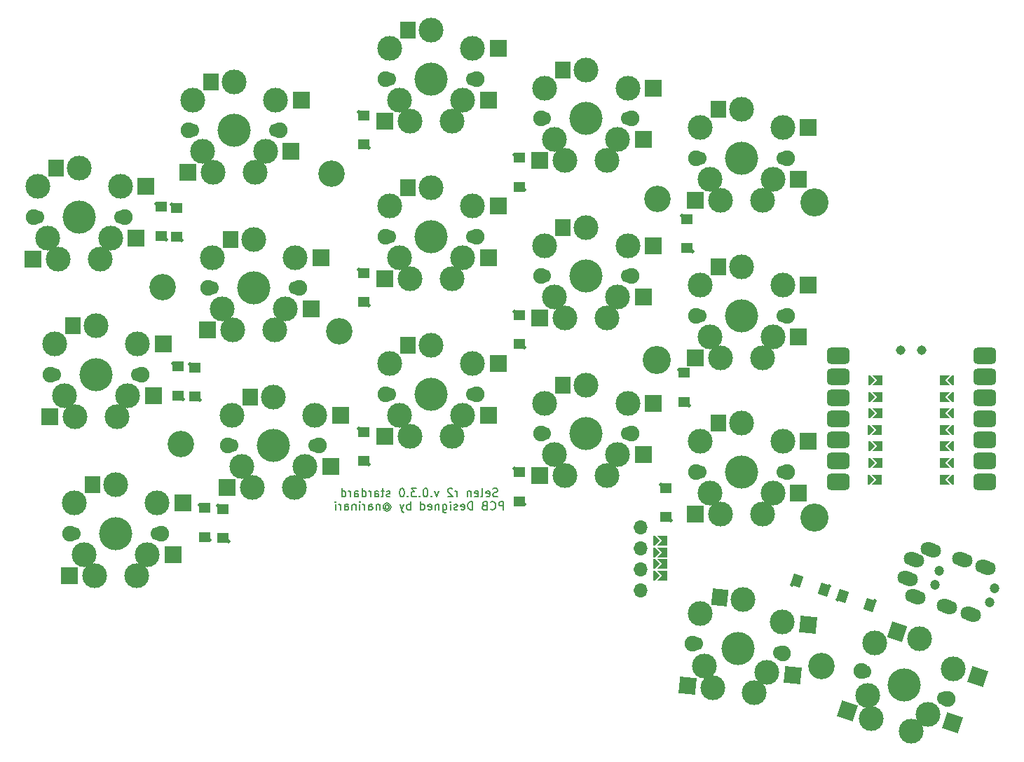
<source format=gbs>
%TF.GenerationSoftware,KiCad,Pcbnew,(6.0.8)*%
%TF.CreationDate,2022-10-28T13:13:08+09:00*%
%TF.ProjectId,selen-rev2,73656c65-6e2d-4726-9576-322e6b696361,rev?*%
%TF.SameCoordinates,Original*%
%TF.FileFunction,Soldermask,Bot*%
%TF.FilePolarity,Negative*%
%FSLAX46Y46*%
G04 Gerber Fmt 4.6, Leading zero omitted, Abs format (unit mm)*
G04 Created by KiCad (PCBNEW (6.0.8)) date 2022-10-28 13:13:08*
%MOMM*%
%LPD*%
G01*
G04 APERTURE LIST*
G04 Aperture macros list*
%AMRoundRect*
0 Rectangle with rounded corners*
0 $1 Rounding radius*
0 $2 $3 $4 $5 $6 $7 $8 $9 X,Y pos of 4 corners*
0 Add a 4 corners polygon primitive as box body*
4,1,4,$2,$3,$4,$5,$6,$7,$8,$9,$2,$3,0*
0 Add four circle primitives for the rounded corners*
1,1,$1+$1,$2,$3*
1,1,$1+$1,$4,$5*
1,1,$1+$1,$6,$7*
1,1,$1+$1,$8,$9*
0 Add four rect primitives between the rounded corners*
20,1,$1+$1,$2,$3,$4,$5,0*
20,1,$1+$1,$4,$5,$6,$7,0*
20,1,$1+$1,$6,$7,$8,$9,0*
20,1,$1+$1,$8,$9,$2,$3,0*%
%AMHorizOval*
0 Thick line with rounded ends*
0 $1 width*
0 $2 $3 position (X,Y) of the first rounded end (center of the circle)*
0 $4 $5 position (X,Y) of the second rounded end (center of the circle)*
0 Add line between two ends*
20,1,$1,$2,$3,$4,$5,0*
0 Add two circle primitives to create the rounded ends*
1,1,$1,$2,$3*
1,1,$1,$4,$5*%
%AMRotRect*
0 Rectangle, with rotation*
0 The origin of the aperture is its center*
0 $1 length*
0 $2 width*
0 $3 Rotation angle, in degrees counterclockwise*
0 Add horizontal line*
21,1,$1,$2,0,0,$3*%
%AMFreePoly0*
4,1,6,0.600000,0.200000,0.000000,-0.400000,-0.600000,0.200000,-0.600000,0.400000,0.600000,0.400000,0.600000,0.200000,0.600000,0.200000,$1*%
%AMFreePoly1*
4,1,6,0.600000,-0.250000,-0.600000,-0.250000,-0.600000,1.000000,0.000000,0.400000,0.600000,1.000000,0.600000,-0.250000,0.600000,-0.250000,$1*%
G04 Aperture macros list end*
%ADD10C,0.150000*%
%ADD11R,1.400000X1.200000*%
%ADD12C,0.500000*%
%ADD13O,1.700000X1.700000*%
%ADD14FreePoly0,90.000000*%
%ADD15FreePoly1,90.000000*%
%ADD16RotRect,1.200000X1.400000X342.000000*%
%ADD17C,1.900000*%
%ADD18C,3.000000*%
%ADD19C,1.700000*%
%ADD20C,4.000000*%
%ADD21R,2.000000X2.000000*%
%ADD22R,1.900000X2.000000*%
%ADD23C,3.200000*%
%ADD24C,3.400000*%
%ADD25RotRect,2.000000X2.000000X354.000000*%
%ADD26RotRect,1.900000X2.000000X354.000000*%
%ADD27RotRect,2.000000X2.000000X342.000000*%
%ADD28RotRect,1.900000X2.000000X342.000000*%
%ADD29C,1.200000*%
%ADD30HorizOval,1.700000X-0.380423X0.123607X0.380423X-0.123607X0*%
%ADD31RoundRect,0.499745X-0.874395X-0.499745X0.874395X-0.499745X0.874395X0.499745X-0.874395X0.499745X0*%
%ADD32FreePoly0,270.000000*%
%ADD33FreePoly1,270.000000*%
%ADD34C,1.143000*%
G04 APERTURE END LIST*
D10*
X151614403Y-116352380D02*
X151614403Y-115352380D01*
X151233451Y-115352380D01*
X151138213Y-115400000D01*
X151090594Y-115447619D01*
X151042975Y-115542857D01*
X151042975Y-115685714D01*
X151090594Y-115780952D01*
X151138213Y-115828571D01*
X151233451Y-115876190D01*
X151614403Y-115876190D01*
X150042975Y-116257142D02*
X150090594Y-116304761D01*
X150233451Y-116352380D01*
X150328689Y-116352380D01*
X150471546Y-116304761D01*
X150566784Y-116209523D01*
X150614403Y-116114285D01*
X150662022Y-115923809D01*
X150662022Y-115780952D01*
X150614403Y-115590476D01*
X150566784Y-115495238D01*
X150471546Y-115400000D01*
X150328689Y-115352380D01*
X150233451Y-115352380D01*
X150090594Y-115400000D01*
X150042975Y-115447619D01*
X149281070Y-115828571D02*
X149138213Y-115876190D01*
X149090594Y-115923809D01*
X149042975Y-116019047D01*
X149042975Y-116161904D01*
X149090594Y-116257142D01*
X149138213Y-116304761D01*
X149233451Y-116352380D01*
X149614403Y-116352380D01*
X149614403Y-115352380D01*
X149281070Y-115352380D01*
X149185832Y-115400000D01*
X149138213Y-115447619D01*
X149090594Y-115542857D01*
X149090594Y-115638095D01*
X149138213Y-115733333D01*
X149185832Y-115780952D01*
X149281070Y-115828571D01*
X149614403Y-115828571D01*
X147852499Y-116352380D02*
X147852499Y-115352380D01*
X147614403Y-115352380D01*
X147471546Y-115400000D01*
X147376308Y-115495238D01*
X147328689Y-115590476D01*
X147281070Y-115780952D01*
X147281070Y-115923809D01*
X147328689Y-116114285D01*
X147376308Y-116209523D01*
X147471546Y-116304761D01*
X147614403Y-116352380D01*
X147852499Y-116352380D01*
X146471546Y-116304761D02*
X146566784Y-116352380D01*
X146757260Y-116352380D01*
X146852499Y-116304761D01*
X146900118Y-116209523D01*
X146900118Y-115828571D01*
X146852499Y-115733333D01*
X146757260Y-115685714D01*
X146566784Y-115685714D01*
X146471546Y-115733333D01*
X146423927Y-115828571D01*
X146423927Y-115923809D01*
X146900118Y-116019047D01*
X146042975Y-116304761D02*
X145947737Y-116352380D01*
X145757260Y-116352380D01*
X145662022Y-116304761D01*
X145614403Y-116209523D01*
X145614403Y-116161904D01*
X145662022Y-116066666D01*
X145757260Y-116019047D01*
X145900118Y-116019047D01*
X145995356Y-115971428D01*
X146042975Y-115876190D01*
X146042975Y-115828571D01*
X145995356Y-115733333D01*
X145900118Y-115685714D01*
X145757260Y-115685714D01*
X145662022Y-115733333D01*
X145185832Y-116352380D02*
X145185832Y-115685714D01*
X145185832Y-115352380D02*
X145233451Y-115400000D01*
X145185832Y-115447619D01*
X145138213Y-115400000D01*
X145185832Y-115352380D01*
X145185832Y-115447619D01*
X144281070Y-115685714D02*
X144281070Y-116495238D01*
X144328689Y-116590476D01*
X144376308Y-116638095D01*
X144471546Y-116685714D01*
X144614403Y-116685714D01*
X144709641Y-116638095D01*
X144281070Y-116304761D02*
X144376308Y-116352380D01*
X144566784Y-116352380D01*
X144662022Y-116304761D01*
X144709641Y-116257142D01*
X144757260Y-116161904D01*
X144757260Y-115876190D01*
X144709641Y-115780952D01*
X144662022Y-115733333D01*
X144566784Y-115685714D01*
X144376308Y-115685714D01*
X144281070Y-115733333D01*
X143804879Y-115685714D02*
X143804879Y-116352380D01*
X143804879Y-115780952D02*
X143757260Y-115733333D01*
X143662022Y-115685714D01*
X143519165Y-115685714D01*
X143423927Y-115733333D01*
X143376308Y-115828571D01*
X143376308Y-116352380D01*
X142519165Y-116304761D02*
X142614403Y-116352380D01*
X142804879Y-116352380D01*
X142900118Y-116304761D01*
X142947737Y-116209523D01*
X142947737Y-115828571D01*
X142900118Y-115733333D01*
X142804879Y-115685714D01*
X142614403Y-115685714D01*
X142519165Y-115733333D01*
X142471546Y-115828571D01*
X142471546Y-115923809D01*
X142947737Y-116019047D01*
X141614403Y-116352380D02*
X141614403Y-115352380D01*
X141614403Y-116304761D02*
X141709641Y-116352380D01*
X141900118Y-116352380D01*
X141995356Y-116304761D01*
X142042975Y-116257142D01*
X142090594Y-116161904D01*
X142090594Y-115876190D01*
X142042975Y-115780952D01*
X141995356Y-115733333D01*
X141900118Y-115685714D01*
X141709641Y-115685714D01*
X141614403Y-115733333D01*
X140376308Y-116352380D02*
X140376308Y-115352380D01*
X140376308Y-115733333D02*
X140281070Y-115685714D01*
X140090594Y-115685714D01*
X139995356Y-115733333D01*
X139947737Y-115780952D01*
X139900118Y-115876190D01*
X139900118Y-116161904D01*
X139947737Y-116257142D01*
X139995356Y-116304761D01*
X140090594Y-116352380D01*
X140281070Y-116352380D01*
X140376308Y-116304761D01*
X139566784Y-115685714D02*
X139328689Y-116352380D01*
X139090594Y-115685714D02*
X139328689Y-116352380D01*
X139423927Y-116590476D01*
X139471546Y-116638095D01*
X139566784Y-116685714D01*
X137328689Y-115876190D02*
X137376308Y-115828571D01*
X137471546Y-115780952D01*
X137566784Y-115780952D01*
X137662022Y-115828571D01*
X137709641Y-115876190D01*
X137757260Y-115971428D01*
X137757260Y-116066666D01*
X137709641Y-116161904D01*
X137662022Y-116209523D01*
X137566784Y-116257142D01*
X137471546Y-116257142D01*
X137376308Y-116209523D01*
X137328689Y-116161904D01*
X137328689Y-115780952D02*
X137328689Y-116161904D01*
X137281070Y-116209523D01*
X137233451Y-116209523D01*
X137138213Y-116161904D01*
X137090594Y-116066666D01*
X137090594Y-115828571D01*
X137185832Y-115685714D01*
X137328689Y-115590476D01*
X137519165Y-115542857D01*
X137709641Y-115590476D01*
X137852499Y-115685714D01*
X137947737Y-115828571D01*
X137995356Y-116019047D01*
X137947737Y-116209523D01*
X137852499Y-116352380D01*
X137709641Y-116447619D01*
X137519165Y-116495238D01*
X137328689Y-116447619D01*
X137185832Y-116352380D01*
X136662022Y-115685714D02*
X136662022Y-116352380D01*
X136662022Y-115780952D02*
X136614403Y-115733333D01*
X136519165Y-115685714D01*
X136376308Y-115685714D01*
X136281070Y-115733333D01*
X136233451Y-115828571D01*
X136233451Y-116352380D01*
X135328689Y-116352380D02*
X135328689Y-115828571D01*
X135376308Y-115733333D01*
X135471546Y-115685714D01*
X135662022Y-115685714D01*
X135757260Y-115733333D01*
X135328689Y-116304761D02*
X135423927Y-116352380D01*
X135662022Y-116352380D01*
X135757260Y-116304761D01*
X135804879Y-116209523D01*
X135804879Y-116114285D01*
X135757260Y-116019047D01*
X135662022Y-115971428D01*
X135423927Y-115971428D01*
X135328689Y-115923809D01*
X134852499Y-116352380D02*
X134852499Y-115685714D01*
X134852499Y-115876190D02*
X134804879Y-115780952D01*
X134757260Y-115733333D01*
X134662022Y-115685714D01*
X134566784Y-115685714D01*
X134233451Y-116352380D02*
X134233451Y-115685714D01*
X134233451Y-115352380D02*
X134281070Y-115400000D01*
X134233451Y-115447619D01*
X134185832Y-115400000D01*
X134233451Y-115352380D01*
X134233451Y-115447619D01*
X133757260Y-115685714D02*
X133757260Y-116352380D01*
X133757260Y-115780952D02*
X133709641Y-115733333D01*
X133614403Y-115685714D01*
X133471546Y-115685714D01*
X133376308Y-115733333D01*
X133328689Y-115828571D01*
X133328689Y-116352380D01*
X132423927Y-116352380D02*
X132423927Y-115828571D01*
X132471546Y-115733333D01*
X132566784Y-115685714D01*
X132757260Y-115685714D01*
X132852499Y-115733333D01*
X132423927Y-116304761D02*
X132519165Y-116352380D01*
X132757260Y-116352380D01*
X132852499Y-116304761D01*
X132900118Y-116209523D01*
X132900118Y-116114285D01*
X132852499Y-116019047D01*
X132757260Y-115971428D01*
X132519165Y-115971428D01*
X132423927Y-115923809D01*
X131947737Y-116352380D02*
X131947737Y-115685714D01*
X131947737Y-115876190D02*
X131900118Y-115780952D01*
X131852499Y-115733333D01*
X131757260Y-115685714D01*
X131662022Y-115685714D01*
X131328689Y-116352380D02*
X131328689Y-115685714D01*
X131328689Y-115352380D02*
X131376308Y-115400000D01*
X131328689Y-115447619D01*
X131281070Y-115400000D01*
X131328689Y-115352380D01*
X131328689Y-115447619D01*
X150900117Y-114704761D02*
X150757260Y-114752380D01*
X150519165Y-114752380D01*
X150423927Y-114704761D01*
X150376308Y-114657142D01*
X150328689Y-114561904D01*
X150328689Y-114466666D01*
X150376308Y-114371428D01*
X150423927Y-114323809D01*
X150519165Y-114276190D01*
X150709641Y-114228571D01*
X150804879Y-114180952D01*
X150852498Y-114133333D01*
X150900117Y-114038095D01*
X150900117Y-113942857D01*
X150852498Y-113847619D01*
X150804879Y-113800000D01*
X150709641Y-113752380D01*
X150471546Y-113752380D01*
X150328689Y-113800000D01*
X149519165Y-114704761D02*
X149614403Y-114752380D01*
X149804879Y-114752380D01*
X149900117Y-114704761D01*
X149947736Y-114609523D01*
X149947736Y-114228571D01*
X149900117Y-114133333D01*
X149804879Y-114085714D01*
X149614403Y-114085714D01*
X149519165Y-114133333D01*
X149471546Y-114228571D01*
X149471546Y-114323809D01*
X149947736Y-114419047D01*
X148900117Y-114752380D02*
X148995355Y-114704761D01*
X149042974Y-114609523D01*
X149042974Y-113752380D01*
X148138213Y-114704761D02*
X148233451Y-114752380D01*
X148423927Y-114752380D01*
X148519165Y-114704761D01*
X148566784Y-114609523D01*
X148566784Y-114228571D01*
X148519165Y-114133333D01*
X148423927Y-114085714D01*
X148233451Y-114085714D01*
X148138213Y-114133333D01*
X148090594Y-114228571D01*
X148090594Y-114323809D01*
X148566784Y-114419047D01*
X147662022Y-114085714D02*
X147662022Y-114752380D01*
X147662022Y-114180952D02*
X147614403Y-114133333D01*
X147519165Y-114085714D01*
X147376308Y-114085714D01*
X147281070Y-114133333D01*
X147233451Y-114228571D01*
X147233451Y-114752380D01*
X145995355Y-114752380D02*
X145995355Y-114085714D01*
X145995355Y-114276190D02*
X145947736Y-114180952D01*
X145900117Y-114133333D01*
X145804879Y-114085714D01*
X145709641Y-114085714D01*
X145423927Y-113847619D02*
X145376308Y-113800000D01*
X145281070Y-113752380D01*
X145042974Y-113752380D01*
X144947736Y-113800000D01*
X144900117Y-113847619D01*
X144852498Y-113942857D01*
X144852498Y-114038095D01*
X144900117Y-114180952D01*
X145471546Y-114752380D01*
X144852498Y-114752380D01*
X143757260Y-114085714D02*
X143519165Y-114752380D01*
X143281070Y-114085714D01*
X142900117Y-114657142D02*
X142852498Y-114704761D01*
X142900117Y-114752380D01*
X142947736Y-114704761D01*
X142900117Y-114657142D01*
X142900117Y-114752380D01*
X142233451Y-113752380D02*
X142138213Y-113752380D01*
X142042974Y-113800000D01*
X141995355Y-113847619D01*
X141947736Y-113942857D01*
X141900117Y-114133333D01*
X141900117Y-114371428D01*
X141947736Y-114561904D01*
X141995355Y-114657142D01*
X142042974Y-114704761D01*
X142138213Y-114752380D01*
X142233451Y-114752380D01*
X142328689Y-114704761D01*
X142376308Y-114657142D01*
X142423927Y-114561904D01*
X142471546Y-114371428D01*
X142471546Y-114133333D01*
X142423927Y-113942857D01*
X142376308Y-113847619D01*
X142328689Y-113800000D01*
X142233451Y-113752380D01*
X141471546Y-114657142D02*
X141423927Y-114704761D01*
X141471546Y-114752380D01*
X141519165Y-114704761D01*
X141471546Y-114657142D01*
X141471546Y-114752380D01*
X141090594Y-113752380D02*
X140471546Y-113752380D01*
X140804879Y-114133333D01*
X140662022Y-114133333D01*
X140566784Y-114180952D01*
X140519165Y-114228571D01*
X140471546Y-114323809D01*
X140471546Y-114561904D01*
X140519165Y-114657142D01*
X140566784Y-114704761D01*
X140662022Y-114752380D01*
X140947736Y-114752380D01*
X141042974Y-114704761D01*
X141090594Y-114657142D01*
X140042974Y-114657142D02*
X139995355Y-114704761D01*
X140042974Y-114752380D01*
X140090594Y-114704761D01*
X140042974Y-114657142D01*
X140042974Y-114752380D01*
X139376308Y-113752380D02*
X139281070Y-113752380D01*
X139185832Y-113800000D01*
X139138213Y-113847619D01*
X139090594Y-113942857D01*
X139042974Y-114133333D01*
X139042974Y-114371428D01*
X139090594Y-114561904D01*
X139138213Y-114657142D01*
X139185832Y-114704761D01*
X139281070Y-114752380D01*
X139376308Y-114752380D01*
X139471546Y-114704761D01*
X139519165Y-114657142D01*
X139566784Y-114561904D01*
X139614403Y-114371428D01*
X139614403Y-114133333D01*
X139566784Y-113942857D01*
X139519165Y-113847619D01*
X139471546Y-113800000D01*
X139376308Y-113752380D01*
X137900117Y-114704761D02*
X137804879Y-114752380D01*
X137614403Y-114752380D01*
X137519165Y-114704761D01*
X137471546Y-114609523D01*
X137471546Y-114561904D01*
X137519165Y-114466666D01*
X137614403Y-114419047D01*
X137757260Y-114419047D01*
X137852498Y-114371428D01*
X137900117Y-114276190D01*
X137900117Y-114228571D01*
X137852498Y-114133333D01*
X137757260Y-114085714D01*
X137614403Y-114085714D01*
X137519165Y-114133333D01*
X137185832Y-114085714D02*
X136804879Y-114085714D01*
X137042974Y-113752380D02*
X137042974Y-114609523D01*
X136995355Y-114704761D01*
X136900117Y-114752380D01*
X136804879Y-114752380D01*
X136042974Y-114752380D02*
X136042974Y-114228571D01*
X136090594Y-114133333D01*
X136185832Y-114085714D01*
X136376308Y-114085714D01*
X136471546Y-114133333D01*
X136042974Y-114704761D02*
X136138213Y-114752380D01*
X136376308Y-114752380D01*
X136471546Y-114704761D01*
X136519165Y-114609523D01*
X136519165Y-114514285D01*
X136471546Y-114419047D01*
X136376308Y-114371428D01*
X136138213Y-114371428D01*
X136042974Y-114323809D01*
X135566784Y-114752380D02*
X135566784Y-114085714D01*
X135566784Y-114276190D02*
X135519165Y-114180952D01*
X135471546Y-114133333D01*
X135376308Y-114085714D01*
X135281070Y-114085714D01*
X134519165Y-114752380D02*
X134519165Y-113752380D01*
X134519165Y-114704761D02*
X134614403Y-114752380D01*
X134804879Y-114752380D01*
X134900117Y-114704761D01*
X134947736Y-114657142D01*
X134995355Y-114561904D01*
X134995355Y-114276190D01*
X134947736Y-114180952D01*
X134900117Y-114133333D01*
X134804879Y-114085714D01*
X134614403Y-114085714D01*
X134519165Y-114133333D01*
X133614403Y-114752380D02*
X133614403Y-114228571D01*
X133662022Y-114133333D01*
X133757260Y-114085714D01*
X133947736Y-114085714D01*
X134042974Y-114133333D01*
X133614403Y-114704761D02*
X133709641Y-114752380D01*
X133947736Y-114752380D01*
X134042974Y-114704761D01*
X134090594Y-114609523D01*
X134090594Y-114514285D01*
X134042974Y-114419047D01*
X133947736Y-114371428D01*
X133709641Y-114371428D01*
X133614403Y-114323809D01*
X133138213Y-114752380D02*
X133138213Y-114085714D01*
X133138213Y-114276190D02*
X133090594Y-114180952D01*
X133042974Y-114133333D01*
X132947736Y-114085714D01*
X132852498Y-114085714D01*
X132090594Y-114752380D02*
X132090594Y-113752380D01*
X132090594Y-114704761D02*
X132185832Y-114752380D01*
X132376308Y-114752380D01*
X132471546Y-114704761D01*
X132519165Y-114657142D01*
X132566784Y-114561904D01*
X132566784Y-114276190D01*
X132519165Y-114180952D01*
X132471546Y-114133333D01*
X132376308Y-114085714D01*
X132185832Y-114085714D01*
X132090594Y-114133333D01*
D11*
%TO.C,D9*%
X153500000Y-92800000D03*
D12*
X152900000Y-92400000D03*
D11*
X153500000Y-96300000D03*
D12*
X154100000Y-96700000D03*
%TD*%
D11*
%TO.C,D4*%
X153500000Y-73800000D03*
D12*
X152900000Y-73400000D03*
X154100000Y-77700000D03*
D11*
X153500000Y-77300000D03*
%TD*%
%TO.C,D12*%
X117750000Y-116234000D03*
D12*
X117150000Y-115834000D03*
D11*
X117750000Y-119734000D03*
D12*
X118350000Y-120134000D03*
%TD*%
D13*
%TO.C,J2*%
X168200000Y-118500000D03*
X168200000Y-123580000D03*
D14*
X170100000Y-122900000D03*
X170100000Y-121500000D03*
D13*
X168200000Y-121040000D03*
D14*
X170100000Y-120100000D03*
D13*
X168200000Y-126120000D03*
D14*
X170100000Y-124300000D03*
D15*
X171100000Y-120100000D03*
X171100000Y-121500000D03*
X171100000Y-122900000D03*
X171100000Y-124300000D03*
%TD*%
D16*
%TO.C,D17*%
X192532000Y-126746000D03*
D12*
X191966167Y-127193027D03*
X196426531Y-127380532D03*
D16*
X195860698Y-127827560D03*
%TD*%
D17*
%TO.C,SW1*%
X94830000Y-80962500D03*
D18*
X96520000Y-83502500D03*
D19*
X95250000Y-80962500D03*
D18*
X104140000Y-83502500D03*
X95330000Y-77262500D03*
X100330000Y-75062500D03*
D19*
X105410000Y-80962500D03*
D18*
X105330000Y-77262500D03*
X97790000Y-86042500D03*
X102870000Y-86042500D03*
D20*
X100330000Y-80962500D03*
D17*
X105830000Y-80962500D03*
D21*
X108430000Y-77262500D03*
X107230000Y-83502500D03*
X94730000Y-86042500D03*
D22*
X97530000Y-75062500D03*
%TD*%
D19*
%TO.C,SW13*%
X137795000Y-102393750D03*
D17*
X148375000Y-102393750D03*
D18*
X147875000Y-98693750D03*
X137875000Y-98693750D03*
X142875000Y-96493750D03*
X140335000Y-107473750D03*
D19*
X147955000Y-102393750D03*
D18*
X139065000Y-104933750D03*
X146685000Y-104933750D03*
X145415000Y-107473750D03*
D20*
X142875000Y-102393750D03*
D17*
X137375000Y-102393750D03*
D21*
X150975000Y-98693750D03*
X149775000Y-104933750D03*
D22*
X140075000Y-96493750D03*
D21*
X137275000Y-107473750D03*
%TD*%
D12*
%TO.C,D15*%
X171850000Y-117600000D03*
D11*
X171250000Y-117200000D03*
D12*
X170650000Y-113300000D03*
D11*
X171250000Y-113700000D03*
%TD*%
D23*
%TO.C,REF\u002A\u002A*%
X170200000Y-78800000D03*
%TD*%
D12*
%TO.C,D8*%
X135350000Y-91600000D03*
D11*
X134750000Y-91200000D03*
X134750000Y-87700000D03*
D12*
X134150000Y-87300000D03*
%TD*%
D23*
%TO.C,REF\u002A\u002A*%
X112600000Y-108400000D03*
%TD*%
D18*
%TO.C,SW7*%
X121443750Y-83635000D03*
D17*
X126943750Y-89535000D03*
D18*
X123983750Y-94615000D03*
X117633750Y-92075000D03*
X118903750Y-94615000D03*
X126443750Y-85835000D03*
D20*
X121443750Y-89535000D03*
D18*
X125253750Y-92075000D03*
D17*
X115943750Y-89535000D03*
D19*
X116363750Y-89535000D03*
D18*
X116443750Y-85835000D03*
D19*
X126523750Y-89535000D03*
D21*
X128343750Y-92075000D03*
X129543750Y-85835000D03*
X115843750Y-94615000D03*
D22*
X118643750Y-83635000D03*
%TD*%
D11*
%TO.C,D11*%
X115500000Y-119634000D03*
D12*
X116100000Y-120034000D03*
X114900000Y-115734000D03*
D11*
X115500000Y-116134000D03*
%TD*%
D23*
%TO.C,REF\u002A\u002A*%
X130810000Y-75692000D03*
%TD*%
D18*
%TO.C,SW6*%
X98583750Y-102552500D03*
X107393750Y-96312500D03*
D17*
X107893750Y-100012500D03*
X96893750Y-100012500D03*
D20*
X102393750Y-100012500D03*
D18*
X102393750Y-94112500D03*
D19*
X97313750Y-100012500D03*
D18*
X104933750Y-105092500D03*
X106203750Y-102552500D03*
X99853750Y-105092500D03*
X97393750Y-96312500D03*
D19*
X107473750Y-100012500D03*
D21*
X110493750Y-96312500D03*
X109293750Y-102552500D03*
X96793750Y-105092500D03*
D22*
X99593750Y-94112500D03*
%TD*%
D23*
%TO.C,REF\u002A\u002A*%
X110400000Y-89400000D03*
%TD*%
D18*
%TO.C,SW11*%
X104775000Y-113321250D03*
X108585000Y-121761250D03*
X109775000Y-115521250D03*
D20*
X104775000Y-119221250D03*
D18*
X99775000Y-115521250D03*
D17*
X110275000Y-119221250D03*
D19*
X109855000Y-119221250D03*
D17*
X99275000Y-119221250D03*
D18*
X102235000Y-124301250D03*
X100965000Y-121761250D03*
D19*
X99695000Y-119221250D03*
D18*
X107315000Y-124301250D03*
D21*
X111675000Y-121761250D03*
X112875000Y-115521250D03*
D22*
X101975000Y-113321250D03*
D21*
X99175000Y-124301250D03*
%TD*%
D24*
%TO.C,REF\u002A\u002A*%
X189200000Y-79150000D03*
X189200000Y-117250000D03*
X170150000Y-98200000D03*
%TD*%
D18*
%TO.C,SW8*%
X142875000Y-77443750D03*
D20*
X142875000Y-83343750D03*
D19*
X137795000Y-83343750D03*
D17*
X137375000Y-83343750D03*
D18*
X137875000Y-79643750D03*
X147875000Y-79643750D03*
X145415000Y-88423750D03*
X146685000Y-85883750D03*
X139065000Y-85883750D03*
D19*
X147955000Y-83343750D03*
D17*
X148375000Y-83343750D03*
D18*
X140335000Y-88423750D03*
D21*
X149775000Y-85883750D03*
X150975000Y-79643750D03*
X137275000Y-88423750D03*
D22*
X140075000Y-77443750D03*
%TD*%
D18*
%TO.C,SW10*%
X180340000Y-86968750D03*
X185340000Y-89168750D03*
D17*
X174840000Y-92868750D03*
D18*
X175340000Y-89168750D03*
X177800000Y-97948750D03*
X176530000Y-95408750D03*
D17*
X185840000Y-92868750D03*
D20*
X180340000Y-92868750D03*
D18*
X182880000Y-97948750D03*
D19*
X185420000Y-92868750D03*
D18*
X184150000Y-95408750D03*
D19*
X175260000Y-92868750D03*
D21*
X188440000Y-89168750D03*
X187240000Y-95408750D03*
X174740000Y-97948750D03*
D22*
X177540000Y-86968750D03*
%TD*%
D18*
%TO.C,SW15*%
X175340000Y-108060000D03*
D19*
X175260000Y-111760000D03*
D18*
X177800000Y-116840000D03*
D17*
X174840000Y-111760000D03*
X185840000Y-111760000D03*
D18*
X176530000Y-114300000D03*
D20*
X180340000Y-111760000D03*
D18*
X182880000Y-116840000D03*
X185340000Y-108060000D03*
X184150000Y-114300000D03*
X180340000Y-105860000D03*
D19*
X185420000Y-111760000D03*
D21*
X187240000Y-114300000D03*
X188440000Y-108060000D03*
D22*
X177540000Y-105860000D03*
D21*
X174740000Y-116840000D03*
%TD*%
D20*
%TO.C,SW3*%
X142875000Y-64293750D03*
D17*
X148375000Y-64293750D03*
D18*
X142875000Y-58393750D03*
D19*
X137795000Y-64293750D03*
D18*
X137875000Y-60593750D03*
X139065000Y-66833750D03*
X147875000Y-60593750D03*
D19*
X147955000Y-64293750D03*
D18*
X145415000Y-69373750D03*
X146685000Y-66833750D03*
D17*
X137375000Y-64293750D03*
D18*
X140335000Y-69373750D03*
D21*
X149775000Y-66833750D03*
X150975000Y-60593750D03*
X137275000Y-69373750D03*
D22*
X140075000Y-58393750D03*
%TD*%
D17*
%TO.C,SW16*%
X174455262Y-132521675D03*
D18*
X175339278Y-128894209D03*
D20*
X179925132Y-133096582D03*
D18*
X175870501Y-135224414D03*
D19*
X184977303Y-133627587D03*
D18*
X181920213Y-138414256D03*
X185284497Y-129939493D03*
D17*
X185395002Y-133671489D03*
D18*
X180541850Y-127228903D03*
X176868042Y-137883251D03*
D19*
X174872961Y-132565577D03*
D18*
X183448758Y-136020921D03*
D25*
X186521831Y-136343914D03*
X188367515Y-130263532D03*
D26*
X177757189Y-126936223D03*
D25*
X173824805Y-137563394D03*
%TD*%
D11*
%TO.C,D3*%
X134750000Y-72200000D03*
D12*
X135350000Y-72600000D03*
D11*
X134750000Y-68700000D03*
D12*
X134150000Y-68300000D03*
%TD*%
%TO.C,D5*%
X174400000Y-85100000D03*
D11*
X173800000Y-84700000D03*
D12*
X173200000Y-80800000D03*
D11*
X173800000Y-81200000D03*
%TD*%
D12*
%TO.C,D1*%
X110836000Y-83634000D03*
D11*
X110236000Y-83234000D03*
D12*
X109636000Y-79334000D03*
D11*
X110236000Y-79734000D03*
%TD*%
D20*
%TO.C,SW2*%
X119062500Y-70485000D03*
D18*
X121602500Y-75565000D03*
X116522500Y-75565000D03*
D19*
X113982500Y-70485000D03*
X124142500Y-70485000D03*
D18*
X122872500Y-73025000D03*
X115252500Y-73025000D03*
D17*
X113562500Y-70485000D03*
D18*
X124062500Y-66785000D03*
X114062500Y-66785000D03*
D17*
X124562500Y-70485000D03*
D18*
X119062500Y-64585000D03*
D21*
X125962500Y-73025000D03*
X127162500Y-66785000D03*
D22*
X116262500Y-64585000D03*
D21*
X113462500Y-75565000D03*
%TD*%
D18*
%TO.C,SW9*%
X156607500Y-84406250D03*
D20*
X161607500Y-88106250D03*
D18*
X159067500Y-93186250D03*
X165417500Y-90646250D03*
X157797500Y-90646250D03*
D17*
X167107500Y-88106250D03*
D18*
X164147500Y-93186250D03*
D17*
X156107500Y-88106250D03*
D19*
X156527500Y-88106250D03*
D18*
X161607500Y-82206250D03*
D19*
X166687500Y-88106250D03*
D18*
X166607500Y-84406250D03*
D21*
X168507500Y-90646250D03*
X169707500Y-84406250D03*
D22*
X158807500Y-82206250D03*
D21*
X156007500Y-93186250D03*
%TD*%
D17*
%TO.C,SW5*%
X185840000Y-73818750D03*
D18*
X180340000Y-67918750D03*
D20*
X180340000Y-73818750D03*
D18*
X177800000Y-78898750D03*
D17*
X174840000Y-73818750D03*
D18*
X184150000Y-76358750D03*
X182880000Y-78898750D03*
X175340000Y-70118750D03*
D19*
X185420000Y-73818750D03*
D18*
X185340000Y-70118750D03*
X176530000Y-76358750D03*
D19*
X175260000Y-73818750D03*
D21*
X187240000Y-76358750D03*
X188440000Y-70118750D03*
X174740000Y-78898750D03*
D22*
X177540000Y-67918750D03*
%TD*%
D12*
%TO.C,D16*%
X186446575Y-125380369D03*
D16*
X187012408Y-124933342D03*
D12*
X190906939Y-125567874D03*
D16*
X190341106Y-126014902D03*
%TD*%
D12*
%TO.C,D13*%
X135350000Y-110850000D03*
D11*
X134750000Y-110450000D03*
D12*
X134150000Y-106550000D03*
D11*
X134750000Y-106950000D03*
%TD*%
D12*
%TO.C,D10*%
X174000000Y-103700000D03*
D11*
X173400000Y-103300000D03*
D12*
X172800000Y-99400000D03*
D11*
X173400000Y-99800000D03*
%TD*%
D17*
%TO.C,SW17*%
X194806738Y-135823708D03*
D18*
X205936194Y-135549477D03*
D19*
X195206182Y-135953495D03*
D18*
X196425629Y-132459307D03*
X201860749Y-131912068D03*
X200883426Y-143139571D03*
D17*
X205268360Y-139222894D03*
D20*
X200037549Y-137523301D03*
D18*
X196052059Y-141569765D03*
X195629121Y-138761630D03*
X202876171Y-141116339D03*
D19*
X204868916Y-139093107D03*
D27*
X205814936Y-142071202D03*
X208884470Y-136507430D03*
X193141826Y-140624173D03*
D28*
X199197791Y-131046820D03*
%TD*%
D18*
%TO.C,SW12*%
X121285000Y-113665000D03*
D20*
X123825000Y-108585000D03*
D18*
X118825000Y-104885000D03*
X123825000Y-102685000D03*
X120015000Y-111125000D03*
D19*
X128905000Y-108585000D03*
D17*
X118325000Y-108585000D03*
D19*
X118745000Y-108585000D03*
D18*
X126365000Y-113665000D03*
D17*
X129325000Y-108585000D03*
D18*
X127635000Y-111125000D03*
X128825000Y-104885000D03*
D21*
X130725000Y-111125000D03*
X131925000Y-104885000D03*
X118225000Y-113665000D03*
D22*
X121025000Y-102685000D03*
%TD*%
D12*
%TO.C,D14*%
X152900000Y-111400000D03*
D11*
X153500000Y-111800000D03*
X153500000Y-115300000D03*
D12*
X154100000Y-115700000D03*
%TD*%
D29*
%TO.C,J1*%
X210914195Y-125872126D03*
X204256799Y-123709007D03*
X210373415Y-127536475D03*
X203716020Y-125373356D03*
D30*
X201226469Y-122356381D03*
X200469377Y-124686469D03*
X209851229Y-123318676D03*
X208012578Y-128977463D03*
X206998059Y-122391625D03*
X205159408Y-128050412D03*
X201355182Y-126814344D03*
X203193833Y-121155557D03*
%TD*%
D11*
%TO.C,D2*%
X112111000Y-79834000D03*
D12*
X111511000Y-79434000D03*
D11*
X112111000Y-83334000D03*
D12*
X112711000Y-83734000D03*
%TD*%
D18*
%TO.C,SW14*%
X156607500Y-103456250D03*
D19*
X166687500Y-107156250D03*
D18*
X157797500Y-109696250D03*
D17*
X167107500Y-107156250D03*
D18*
X161607500Y-101256250D03*
X159067500Y-112236250D03*
X165417500Y-109696250D03*
D20*
X161607500Y-107156250D03*
D18*
X164147500Y-112236250D03*
D19*
X156527500Y-107156250D03*
D17*
X156107500Y-107156250D03*
D18*
X166607500Y-103456250D03*
D21*
X169707500Y-103456250D03*
X168507500Y-109696250D03*
D22*
X158807500Y-101256250D03*
D21*
X156007500Y-112236250D03*
%TD*%
D11*
%TO.C,D7*%
X114300000Y-99138000D03*
D12*
X113700000Y-98738000D03*
X114900000Y-103038000D03*
D11*
X114300000Y-102638000D03*
%TD*%
D18*
%TO.C,SW4*%
X165417500Y-71596250D03*
D19*
X156527500Y-69056250D03*
D17*
X167107500Y-69056250D03*
D18*
X159067500Y-74136250D03*
D17*
X156107500Y-69056250D03*
D19*
X166687500Y-69056250D03*
D18*
X161607500Y-63156250D03*
X166607500Y-65356250D03*
D20*
X161607500Y-69056250D03*
D18*
X164147500Y-74136250D03*
X157797500Y-71596250D03*
X156607500Y-65356250D03*
D21*
X169707500Y-65356250D03*
X168507500Y-71596250D03*
X156007500Y-74136250D03*
D22*
X158807500Y-63156250D03*
%TD*%
D14*
%TO.C,U1*%
X196088184Y-108687504D03*
D31*
X192088184Y-97731296D03*
D14*
X196112572Y-110687504D03*
D31*
X209755064Y-105351296D03*
D14*
X196088184Y-102687504D03*
D31*
X209755064Y-100271296D03*
X192088184Y-112971296D03*
X192088184Y-102811296D03*
D14*
X196063796Y-112687504D03*
D31*
X209755064Y-112971296D03*
X209755064Y-102811296D03*
D32*
X205588184Y-100687504D03*
X205588184Y-110687504D03*
D14*
X196088184Y-100687504D03*
D32*
X205563796Y-112687504D03*
X205588184Y-104687504D03*
D31*
X209755064Y-97731296D03*
D32*
X205588184Y-102687504D03*
X205563796Y-106687504D03*
D31*
X192088184Y-107891296D03*
D14*
X196063796Y-106687504D03*
D31*
X192088184Y-100271296D03*
X209755064Y-107891296D03*
D14*
X196088184Y-104687504D03*
D31*
X192088184Y-105351296D03*
X192088184Y-110431296D03*
X209755064Y-110431296D03*
D32*
X205588184Y-108687504D03*
D15*
X197088184Y-100687504D03*
X197088184Y-102687504D03*
X197088184Y-104687504D03*
X197063796Y-106687504D03*
X197088184Y-108687504D03*
X197112572Y-110687504D03*
X197063796Y-112687504D03*
D33*
X204563796Y-112687504D03*
X204588184Y-110687504D03*
X204588184Y-108687504D03*
X204563796Y-106687504D03*
X204588184Y-104687504D03*
X204588184Y-102687504D03*
X204588184Y-100687504D03*
D34*
X202139381Y-97044929D03*
X199599381Y-97044929D03*
%TD*%
D23*
%TO.C,REF\u002A\u002A*%
X189992000Y-135250000D03*
%TD*%
%TO.C,REF\u002A\u002A*%
X131800000Y-94800000D03*
%TD*%
D12*
%TO.C,D6*%
X112868000Y-102938000D03*
D11*
X112268000Y-102538000D03*
X112268000Y-99038000D03*
D12*
X111668000Y-98638000D03*
%TD*%
M02*

</source>
